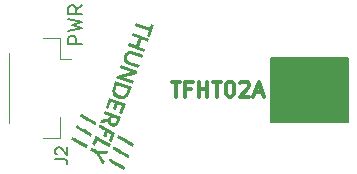
<source format=gbr>
%TF.GenerationSoftware,KiCad,Pcbnew,8.0.3+1*%
%TF.CreationDate,2024-07-23T17:29:58+00:00*%
%TF.ProjectId,TFHT02,54464854-3032-42e6-9b69-6361645f7063,rev?*%
%TF.SameCoordinates,Original*%
%TF.FileFunction,Legend,Top*%
%TF.FilePolarity,Positive*%
%FSLAX46Y46*%
G04 Gerber Fmt 4.6, Leading zero omitted, Abs format (unit mm)*
G04 Created by KiCad (PCBNEW 8.0.3+1) date 2024-07-23 17:29:58*
%MOMM*%
%LPD*%
G01*
G04 APERTURE LIST*
%ADD10C,0.150000*%
%ADD11C,0.200000*%
%ADD12C,0.300000*%
%ADD13C,0.000000*%
%ADD14C,0.120000*%
G04 APERTURE END LIST*
D10*
X22606000Y10033000D02*
X29083000Y10033000D01*
X29083000Y4572000D01*
X22606000Y4572000D01*
X22606000Y10033000D01*
G36*
X22606000Y10033000D02*
G01*
X29083000Y10033000D01*
X29083000Y4572000D01*
X22606000Y4572000D01*
X22606000Y10033000D01*
G37*
D11*
X6640742Y11212293D02*
X5440742Y11212293D01*
X5440742Y11212293D02*
X5440742Y11669436D01*
X5440742Y11669436D02*
X5497885Y11783721D01*
X5497885Y11783721D02*
X5555028Y11840864D01*
X5555028Y11840864D02*
X5669314Y11898007D01*
X5669314Y11898007D02*
X5840742Y11898007D01*
X5840742Y11898007D02*
X5955028Y11840864D01*
X5955028Y11840864D02*
X6012171Y11783721D01*
X6012171Y11783721D02*
X6069314Y11669436D01*
X6069314Y11669436D02*
X6069314Y11212293D01*
X5440742Y12298007D02*
X6640742Y12583721D01*
X6640742Y12583721D02*
X5783600Y12812293D01*
X5783600Y12812293D02*
X6640742Y13040864D01*
X6640742Y13040864D02*
X5440742Y13326578D01*
X6640742Y14469436D02*
X6069314Y14069436D01*
X6640742Y13783722D02*
X5440742Y13783722D01*
X5440742Y13783722D02*
X5440742Y14240865D01*
X5440742Y14240865D02*
X5497885Y14355150D01*
X5497885Y14355150D02*
X5555028Y14412293D01*
X5555028Y14412293D02*
X5669314Y14469436D01*
X5669314Y14469436D02*
X5840742Y14469436D01*
X5840742Y14469436D02*
X5955028Y14412293D01*
X5955028Y14412293D02*
X6012171Y14355150D01*
X6012171Y14355150D02*
X6069314Y14240865D01*
X6069314Y14240865D02*
X6069314Y13783722D01*
D12*
X14184800Y8029396D02*
X14927657Y8029396D01*
X14556229Y6729396D02*
X14556229Y8029396D01*
X15794324Y7410348D02*
X15360990Y7410348D01*
X15360990Y6729396D02*
X15360990Y8029396D01*
X15360990Y8029396D02*
X15980038Y8029396D01*
X16475276Y6729396D02*
X16475276Y8029396D01*
X16475276Y7410348D02*
X17218133Y7410348D01*
X17218133Y6729396D02*
X17218133Y8029396D01*
X17651467Y8029396D02*
X18394324Y8029396D01*
X18022896Y6729396D02*
X18022896Y8029396D01*
X19075276Y8029396D02*
X19199086Y8029396D01*
X19199086Y8029396D02*
X19322895Y7967491D01*
X19322895Y7967491D02*
X19384800Y7905586D01*
X19384800Y7905586D02*
X19446705Y7781777D01*
X19446705Y7781777D02*
X19508610Y7534158D01*
X19508610Y7534158D02*
X19508610Y7224634D01*
X19508610Y7224634D02*
X19446705Y6977015D01*
X19446705Y6977015D02*
X19384800Y6853205D01*
X19384800Y6853205D02*
X19322895Y6791300D01*
X19322895Y6791300D02*
X19199086Y6729396D01*
X19199086Y6729396D02*
X19075276Y6729396D01*
X19075276Y6729396D02*
X18951467Y6791300D01*
X18951467Y6791300D02*
X18889562Y6853205D01*
X18889562Y6853205D02*
X18827657Y6977015D01*
X18827657Y6977015D02*
X18765753Y7224634D01*
X18765753Y7224634D02*
X18765753Y7534158D01*
X18765753Y7534158D02*
X18827657Y7781777D01*
X18827657Y7781777D02*
X18889562Y7905586D01*
X18889562Y7905586D02*
X18951467Y7967491D01*
X18951467Y7967491D02*
X19075276Y8029396D01*
X20003848Y7905586D02*
X20065752Y7967491D01*
X20065752Y7967491D02*
X20189562Y8029396D01*
X20189562Y8029396D02*
X20499086Y8029396D01*
X20499086Y8029396D02*
X20622895Y7967491D01*
X20622895Y7967491D02*
X20684800Y7905586D01*
X20684800Y7905586D02*
X20746705Y7781777D01*
X20746705Y7781777D02*
X20746705Y7657967D01*
X20746705Y7657967D02*
X20684800Y7472253D01*
X20684800Y7472253D02*
X19941943Y6729396D01*
X19941943Y6729396D02*
X20746705Y6729396D01*
X21241943Y7100824D02*
X21860990Y7100824D01*
X21118133Y6729396D02*
X21551466Y8029396D01*
X21551466Y8029396D02*
X21984800Y6729396D01*
D10*
X4351019Y1444667D02*
X5065304Y1444667D01*
X5065304Y1444667D02*
X5208161Y1397048D01*
X5208161Y1397048D02*
X5303400Y1301810D01*
X5303400Y1301810D02*
X5351019Y1158953D01*
X5351019Y1158953D02*
X5351019Y1063715D01*
X4446257Y1873239D02*
X4398638Y1920858D01*
X4398638Y1920858D02*
X4351019Y2016096D01*
X4351019Y2016096D02*
X4351019Y2254191D01*
X4351019Y2254191D02*
X4398638Y2349429D01*
X4398638Y2349429D02*
X4446257Y2397048D01*
X4446257Y2397048D02*
X4541495Y2444667D01*
X4541495Y2444667D02*
X4636733Y2444667D01*
X4636733Y2444667D02*
X4779590Y2397048D01*
X4779590Y2397048D02*
X5351019Y1825620D01*
X5351019Y1825620D02*
X5351019Y2444667D01*
D13*
%TO.C,G\u002A\u002A\u002A*%
G36*
X12331039Y12532436D02*
G01*
X12472372Y12920747D01*
X12722618Y12829665D01*
X12348869Y11802798D01*
X12098624Y11893880D01*
X12239957Y12282191D01*
X11118170Y12690489D01*
X11209250Y12940734D01*
X12331039Y12532436D01*
G37*
G36*
X10291678Y6150713D02*
G01*
X9971322Y5270541D01*
X9721077Y5361623D01*
X9947211Y5982922D01*
X9662722Y6086467D01*
X9573272Y5847842D01*
X9483823Y5609219D01*
X9236149Y5693942D01*
X9412203Y6177648D01*
X9067038Y6303277D01*
X8834623Y5664721D01*
X8593007Y5752662D01*
X8919646Y6650094D01*
X10291678Y6150713D01*
G37*
G36*
X12298617Y11664732D02*
G01*
X12207535Y11414487D01*
X11663901Y11612355D01*
X11437855Y10991302D01*
X11706685Y10890874D01*
X11975517Y10790445D01*
X11931577Y10662295D01*
X11887640Y10534146D01*
X10515146Y11033694D01*
X10609368Y11292568D01*
X11196149Y11078997D01*
X11422283Y11700296D01*
X10835502Y11913865D01*
X10926585Y12164111D01*
X12298617Y11664732D01*
G37*
G36*
X11287297Y8886149D02*
G01*
X11242535Y8763187D01*
X11197775Y8640223D01*
X10655518Y8510216D01*
X10113261Y8380211D01*
X10549724Y8218819D01*
X10986187Y8057428D01*
X10888816Y7804764D01*
X10204154Y8051459D01*
X9519491Y8298154D01*
X9598041Y8513969D01*
X10173101Y8654033D01*
X10748162Y8794096D01*
X10286199Y8964765D01*
X9824235Y9135434D01*
X9915264Y9385528D01*
X11287297Y8886149D01*
G37*
G36*
X6188803Y4336487D02*
G01*
X6201526Y4329177D01*
X6228860Y4313442D01*
X6269508Y4290031D01*
X6322167Y4259691D01*
X6385541Y4223172D01*
X6458331Y4181221D01*
X6539237Y4134588D01*
X6626959Y4084020D01*
X6720199Y4030269D01*
X6817661Y3974080D01*
X6829196Y3967429D01*
X7439030Y3615825D01*
X7395317Y3488296D01*
X7377226Y3436612D01*
X7363585Y3400481D01*
X7353494Y3377879D01*
X7346059Y3366790D01*
X7340688Y3365055D01*
X7331197Y3370220D01*
X7307027Y3383869D01*
X7269403Y3405302D01*
X7219547Y3433817D01*
X7158685Y3468712D01*
X7088038Y3509283D01*
X7008833Y3554829D01*
X6922293Y3604645D01*
X6829639Y3658033D01*
X6732097Y3714286D01*
X6699856Y3732892D01*
X6069937Y4096436D01*
X6158243Y4353939D01*
X6188803Y4336487D01*
G37*
G36*
X9710667Y3496893D02*
G01*
X9734837Y3483246D01*
X9772464Y3461818D01*
X9822324Y3433311D01*
X9883191Y3398424D01*
X9953841Y3357863D01*
X10033052Y3312327D01*
X10119599Y3262522D01*
X10212259Y3209147D01*
X10309807Y3152906D01*
X10342040Y3134310D01*
X10971988Y2770850D01*
X10883616Y2513160D01*
X10853049Y2530596D01*
X10840326Y2537904D01*
X10812994Y2553639D01*
X10772348Y2577055D01*
X10719692Y2607400D01*
X10656322Y2643928D01*
X10583540Y2685889D01*
X10502640Y2732533D01*
X10414925Y2783113D01*
X10321692Y2836878D01*
X10224240Y2893085D01*
X10212689Y2899746D01*
X9602897Y3251462D01*
X9646575Y3378899D01*
X9664658Y3430563D01*
X9678294Y3466675D01*
X9688381Y3489258D01*
X9695815Y3500330D01*
X9701172Y3502053D01*
X9710667Y3496893D01*
G37*
G36*
X9353653Y2519680D02*
G01*
X9364258Y2513330D01*
X9389529Y2498540D01*
X9428214Y2476035D01*
X9479057Y2446540D01*
X9540811Y2410780D01*
X9612222Y2369478D01*
X9692038Y2323359D01*
X9779006Y2273147D01*
X9871876Y2219566D01*
X9969395Y2163343D01*
X9992882Y2149807D01*
X10090852Y2093315D01*
X10184119Y2039464D01*
X10271469Y1988959D01*
X10351698Y1942500D01*
X10423589Y1900793D01*
X10485932Y1864541D01*
X10537520Y1834448D01*
X10577138Y1811216D01*
X10603578Y1795550D01*
X10615625Y1788153D01*
X10616252Y1787669D01*
X10613786Y1778148D01*
X10605742Y1754667D01*
X10593251Y1720363D01*
X10577439Y1678373D01*
X10570323Y1659834D01*
X10522535Y1535987D01*
X9936993Y1873784D01*
X9840340Y1929537D01*
X9747181Y1983263D01*
X9658917Y2034156D01*
X9576946Y2081407D01*
X9502671Y2124212D01*
X9437490Y2161763D01*
X9382803Y2193253D01*
X9340013Y2217875D01*
X9310518Y2234822D01*
X9296804Y2242671D01*
X9242157Y2273762D01*
X9335932Y2531406D01*
X9353653Y2519680D01*
G37*
G36*
X5817339Y3351167D02*
G01*
X5841515Y3337639D01*
X5879155Y3316331D01*
X5929037Y3287941D01*
X5989938Y3253169D01*
X6060637Y3212712D01*
X6139911Y3167272D01*
X6226539Y3117545D01*
X6319296Y3064231D01*
X6416964Y3008028D01*
X6450901Y2988483D01*
X7083051Y2624358D01*
X6989836Y2368253D01*
X6972014Y2379696D01*
X6961344Y2386023D01*
X6936026Y2400769D01*
X6897335Y2423194D01*
X6846544Y2452565D01*
X6784929Y2488146D01*
X6713765Y2529202D01*
X6634324Y2574994D01*
X6547883Y2624789D01*
X6455717Y2677853D01*
X6359099Y2733448D01*
X6352193Y2737421D01*
X6255186Y2793233D01*
X6162448Y2846616D01*
X6075266Y2896826D01*
X5994924Y2943123D01*
X5922708Y2984764D01*
X5859905Y3021007D01*
X5807800Y3051110D01*
X5767679Y3074333D01*
X5740828Y3089932D01*
X5728535Y3097168D01*
X5728279Y3097324D01*
X5706363Y3110948D01*
X5751654Y3235385D01*
X5770905Y3287048D01*
X5785464Y3323031D01*
X5796183Y3345163D01*
X5803909Y3355265D01*
X5807848Y3356215D01*
X5817339Y3351167D01*
G37*
G36*
X6528267Y5321647D02*
G01*
X6531476Y5320553D01*
X6541913Y5315115D01*
X6566599Y5301418D01*
X6604071Y5280307D01*
X6652858Y5252626D01*
X6711499Y5219218D01*
X6778526Y5180926D01*
X6852475Y5138594D01*
X6931878Y5093067D01*
X7015272Y5045188D01*
X7101190Y4995800D01*
X7188166Y4945747D01*
X7274735Y4895873D01*
X7359432Y4847021D01*
X7440791Y4800036D01*
X7517346Y4755762D01*
X7587632Y4715040D01*
X7650184Y4678716D01*
X7703534Y4647632D01*
X7746219Y4622633D01*
X7776772Y4604563D01*
X7793729Y4594266D01*
X7796766Y4592168D01*
X7794248Y4582764D01*
X7786162Y4559386D01*
X7773641Y4525156D01*
X7757816Y4483200D01*
X7750624Y4464475D01*
X7702772Y4340451D01*
X7137343Y4666385D01*
X7041654Y4721548D01*
X6948941Y4775005D01*
X6860700Y4825895D01*
X6778425Y4873352D01*
X6703613Y4916516D01*
X6637757Y4954522D01*
X6582356Y4986508D01*
X6538903Y5011611D01*
X6508894Y5028967D01*
X6497306Y5035688D01*
X6422696Y5079057D01*
X6467866Y5203161D01*
X6485622Y5251633D01*
X6498506Y5285304D01*
X6507868Y5306659D01*
X6515052Y5318179D01*
X6521403Y5322349D01*
X6528267Y5321647D01*
G37*
G36*
X8997050Y1526497D02*
G01*
X9008391Y1519813D01*
X9034368Y1504720D01*
X9073698Y1481957D01*
X9125093Y1452266D01*
X9187266Y1416389D01*
X9258932Y1375067D01*
X9338805Y1329044D01*
X9425599Y1279061D01*
X9518027Y1225858D01*
X9614806Y1170176D01*
X9620975Y1166628D01*
X9717858Y1110885D01*
X9810379Y1057620D01*
X9897263Y1007572D01*
X9977236Y961473D01*
X10049022Y920060D01*
X10111345Y884069D01*
X10162935Y854236D01*
X10202515Y831294D01*
X10228809Y815982D01*
X10240545Y809035D01*
X10240788Y808880D01*
X10247508Y803795D01*
X10251059Y797085D01*
X10250862Y785891D01*
X10246332Y767356D01*
X10236895Y738614D01*
X10221971Y696807D01*
X10213117Y672444D01*
X10196590Y628343D01*
X10181807Y591336D01*
X10170042Y564417D01*
X10162557Y550575D01*
X10160997Y549382D01*
X10152187Y554154D01*
X10128673Y567407D01*
X10091662Y588448D01*
X10042363Y616584D01*
X9981983Y651126D01*
X9911729Y691381D01*
X9832810Y736657D01*
X9746433Y786263D01*
X9653806Y839507D01*
X9556136Y895699D01*
X9518116Y917586D01*
X8881873Y1283891D01*
X8975125Y1540097D01*
X8997050Y1526497D01*
G37*
G36*
X7771425Y3430696D02*
G01*
X7795559Y3417060D01*
X7833150Y3395639D01*
X7882972Y3367137D01*
X7943803Y3332254D01*
X8014421Y3291695D01*
X8093603Y3246159D01*
X8180124Y3196350D01*
X8272763Y3142969D01*
X8370295Y3086720D01*
X8402572Y3068094D01*
X9032491Y2704551D01*
X8988624Y2576598D01*
X8972879Y2531822D01*
X8958878Y2494158D01*
X8947793Y2466590D01*
X8940790Y2452099D01*
X8939262Y2450646D01*
X8929978Y2455675D01*
X8906429Y2468963D01*
X8870244Y2489575D01*
X8823054Y2516567D01*
X8766487Y2549000D01*
X8702175Y2585934D01*
X8631746Y2626429D01*
X8556829Y2669550D01*
X8479057Y2714351D01*
X8400057Y2759894D01*
X8321460Y2805241D01*
X8244896Y2849451D01*
X8171995Y2891584D01*
X8104385Y2930700D01*
X8043697Y2965861D01*
X7991562Y2996126D01*
X7949608Y3020554D01*
X7919465Y3038207D01*
X7902762Y3048145D01*
X7900005Y3049894D01*
X7895680Y3051895D01*
X7891076Y3050093D01*
X7885401Y3042690D01*
X7877865Y3027889D01*
X7867681Y3003888D01*
X7854055Y2968889D01*
X7836202Y2921093D01*
X7813327Y2858700D01*
X7799898Y2821838D01*
X7713257Y2583791D01*
X7695370Y2595061D01*
X7679543Y2604593D01*
X7652552Y2620419D01*
X7619193Y2639738D01*
X7604720Y2648056D01*
X7569467Y2668355D01*
X7537955Y2686652D01*
X7515293Y2699974D01*
X7509960Y2703179D01*
X7487962Y2716578D01*
X7619625Y3078316D01*
X7653289Y3170484D01*
X7681365Y3246575D01*
X7704351Y3307842D01*
X7722747Y3355539D01*
X7737052Y3390916D01*
X7747761Y3415225D01*
X7755375Y3429719D01*
X7760395Y3435649D01*
X7761970Y3435846D01*
X7771425Y3430696D01*
G37*
G36*
X9646522Y7949094D02*
G01*
X10796217Y7530639D01*
X10677997Y7219424D01*
X10646366Y7136381D01*
X10620257Y7068507D01*
X10598782Y7013758D01*
X10581058Y6970088D01*
X10566203Y6935455D01*
X10553327Y6907814D01*
X10541549Y6885121D01*
X10529984Y6865331D01*
X10517749Y6846401D01*
X10514518Y6841616D01*
X10442934Y6751128D01*
X10362173Y6676321D01*
X10272980Y6617547D01*
X10176097Y6575163D01*
X10072270Y6549523D01*
X9962240Y6540982D01*
X9891300Y6544422D01*
X9805526Y6558228D01*
X9714016Y6582822D01*
X9623172Y6615955D01*
X9539401Y6655371D01*
X9485706Y6687271D01*
X9396366Y6756772D01*
X9321442Y6836304D01*
X9261687Y6924661D01*
X9217850Y7020634D01*
X9190684Y7123017D01*
X9183940Y7172467D01*
X9180674Y7208064D01*
X9178645Y7239319D01*
X9178541Y7249013D01*
X9429779Y7249013D01*
X9444565Y7170926D01*
X9476474Y7097883D01*
X9525012Y7030868D01*
X9589691Y6970867D01*
X9625059Y6945676D01*
X9674655Y6917992D01*
X9736260Y6890856D01*
X9803595Y6866475D01*
X9870379Y6847052D01*
X9930332Y6834795D01*
X9946365Y6832814D01*
X10012653Y6829076D01*
X10068680Y6833061D01*
X10121248Y6845687D01*
X10164421Y6862207D01*
X10208640Y6883890D01*
X10246404Y6908903D01*
X10279358Y6939518D01*
X10309151Y6978003D01*
X10337432Y7026630D01*
X10365848Y7087667D01*
X10396048Y7163386D01*
X10409568Y7199858D01*
X10470129Y7365930D01*
X9555441Y7698850D01*
X9497491Y7539636D01*
X9478237Y7485081D01*
X9460880Y7432806D01*
X9446634Y7386700D01*
X9436703Y7350648D01*
X9432609Y7331160D01*
X9429779Y7249013D01*
X9178541Y7249013D01*
X9178335Y7268351D01*
X9180225Y7297282D01*
X9184795Y7328229D01*
X9192528Y7363314D01*
X9203905Y7404657D01*
X9219408Y7454378D01*
X9239517Y7514596D01*
X9264713Y7587432D01*
X9295481Y7675005D01*
X9302725Y7695551D01*
X9421068Y8031153D01*
X9646522Y7949094D01*
G37*
G36*
X9207003Y5311811D02*
G01*
X9237300Y5300674D01*
X9890058Y5060698D01*
X9779442Y4758930D01*
X9746159Y4668656D01*
X9717952Y4593760D01*
X9693837Y4532279D01*
X9672833Y4482253D01*
X9653955Y4441719D01*
X9636221Y4408717D01*
X9618647Y4381287D01*
X9600250Y4357467D01*
X9580048Y4335295D01*
X9557057Y4312811D01*
X9554689Y4310587D01*
X9486589Y4258006D01*
X9413183Y4222990D01*
X9334566Y4205574D01*
X9257637Y4205132D01*
X9209744Y4213459D01*
X9153660Y4229476D01*
X9095215Y4250927D01*
X9040242Y4275552D01*
X8994571Y4301091D01*
X8976294Y4314098D01*
X8915951Y4373715D01*
X8870294Y4444212D01*
X8839698Y4524952D01*
X8832452Y4556358D01*
X8827353Y4582080D01*
X8823820Y4599132D01*
X8823052Y4602391D01*
X8814024Y4602015D01*
X8788848Y4599206D01*
X8749546Y4594233D01*
X8698133Y4587368D01*
X8636631Y4578880D01*
X8567058Y4569040D01*
X8491434Y4558115D01*
X8489171Y4557786D01*
X8413035Y4546695D01*
X8342588Y4536478D01*
X8279908Y4527433D01*
X8227071Y4519858D01*
X8186152Y4514051D01*
X8159228Y4510307D01*
X8148375Y4508926D01*
X8148350Y4508925D01*
X8148606Y4516945D01*
X8154463Y4539335D01*
X8165057Y4573274D01*
X8179524Y4615945D01*
X8192030Y4650988D01*
X8216095Y4717105D01*
X9050450Y4717105D01*
X9058061Y4653520D01*
X9080041Y4600851D01*
X9117026Y4558221D01*
X9169660Y4524754D01*
X9200661Y4511691D01*
X9267206Y4494726D01*
X9327972Y4494873D01*
X9382436Y4512019D01*
X9430065Y4546056D01*
X9445836Y4562891D01*
X9460777Y4584030D01*
X9477790Y4615311D01*
X9497945Y4658941D01*
X9522312Y4717135D01*
X9531230Y4739333D01*
X9588200Y4882284D01*
X9143880Y5044003D01*
X9096965Y4902279D01*
X9076356Y4837836D01*
X9062148Y4787967D01*
X9053738Y4750268D01*
X9050520Y4722338D01*
X9050450Y4717105D01*
X8216095Y4717105D01*
X8243846Y4793348D01*
X8538739Y4831650D01*
X8833633Y4869953D01*
X8930640Y5121617D01*
X8429688Y5303948D01*
X8523949Y5562925D01*
X9207003Y5311811D01*
G37*
G36*
X10756446Y10623686D02*
G01*
X10797282Y10619201D01*
X10842082Y10611293D01*
X10892474Y10599545D01*
X10950092Y10583536D01*
X11016569Y10562843D01*
X11093534Y10537049D01*
X11182623Y10505732D01*
X11285465Y10468471D01*
X11403693Y10424847D01*
X11407119Y10423574D01*
X11790211Y10281324D01*
X11746273Y10153177D01*
X11702336Y10025028D01*
X11297160Y10172500D01*
X11199731Y10207723D01*
X11109736Y10239789D01*
X11028737Y10268162D01*
X10958305Y10292307D01*
X10900007Y10311685D01*
X10855409Y10325768D01*
X10826077Y10334011D01*
X10821822Y10334991D01*
X10736469Y10347813D01*
X10662611Y10346758D01*
X10599114Y10331273D01*
X10544847Y10300819D01*
X10498674Y10254843D01*
X10459458Y10192800D01*
X10440203Y10151046D01*
X10413266Y10071725D01*
X10402344Y10000659D01*
X10407795Y9936499D01*
X10429975Y9877901D01*
X10469240Y9823521D01*
X10525951Y9772012D01*
X10544426Y9758332D01*
X10557877Y9749136D01*
X10572547Y9740163D01*
X10590018Y9730766D01*
X10611862Y9720297D01*
X10639662Y9708107D01*
X10674994Y9693549D01*
X10719438Y9675975D01*
X10774569Y9654735D01*
X10841968Y9629186D01*
X10923214Y9598676D01*
X11019881Y9562557D01*
X11035433Y9556756D01*
X11472100Y9393896D01*
X11381177Y9144087D01*
X10905520Y9320647D01*
X10802851Y9358775D01*
X10715900Y9391151D01*
X10643164Y9418388D01*
X10583138Y9441109D01*
X10534316Y9459937D01*
X10495195Y9475487D01*
X10464271Y9488382D01*
X10440039Y9499241D01*
X10420991Y9508683D01*
X10405628Y9517330D01*
X10392441Y9525802D01*
X10379928Y9534716D01*
X10372420Y9540308D01*
X10291581Y9610611D01*
X10227140Y9687621D01*
X10179456Y9770627D01*
X10148884Y9858923D01*
X10135785Y9951801D01*
X10136328Y10007400D01*
X10140562Y10043185D01*
X10148700Y10089120D01*
X10159323Y10138757D01*
X10171005Y10185655D01*
X10182326Y10223370D01*
X10186450Y10234479D01*
X10197014Y10258499D01*
X10212418Y10291290D01*
X10227398Y10321858D01*
X10280391Y10409323D01*
X10344347Y10482945D01*
X10418208Y10541963D01*
X10500917Y10585611D01*
X10591415Y10613128D01*
X10641384Y10620825D01*
X10680128Y10624078D01*
X10717938Y10625174D01*
X10756446Y10623686D01*
G37*
G36*
X7404377Y2440875D02*
G01*
X7427363Y2427870D01*
X7462555Y2407801D01*
X7508097Y2381731D01*
X7562139Y2350718D01*
X7622829Y2315820D01*
X7677579Y2284288D01*
X7954370Y2124762D01*
X8392954Y2146066D01*
X8480888Y2150298D01*
X8563133Y2154178D01*
X8637890Y2157628D01*
X8703356Y2160568D01*
X8757730Y2162919D01*
X8799210Y2164601D01*
X8825995Y2165534D01*
X8836284Y2165639D01*
X8836314Y2165631D01*
X8834838Y2156950D01*
X8827655Y2134118D01*
X8815776Y2100076D01*
X8800210Y2057763D01*
X8789663Y2029993D01*
X8738237Y1896093D01*
X8429100Y1885160D01*
X8355770Y1882445D01*
X8288567Y1879720D01*
X8229620Y1877088D01*
X8181063Y1874660D01*
X8145025Y1872534D01*
X8123635Y1870820D01*
X8118492Y1869877D01*
X8123066Y1861519D01*
X8136730Y1839551D01*
X8158400Y1805650D01*
X8186989Y1761492D01*
X8221408Y1708758D01*
X8260574Y1649120D01*
X8303397Y1584260D01*
X8313083Y1569633D01*
X8356679Y1503583D01*
X8396913Y1442130D01*
X8432686Y1386994D01*
X8462895Y1339897D01*
X8486436Y1302558D01*
X8502207Y1276701D01*
X8509107Y1264047D01*
X8509327Y1263242D01*
X8506232Y1251343D01*
X8497592Y1225654D01*
X8484581Y1189480D01*
X8468369Y1146127D01*
X8460570Y1125751D01*
X8411633Y998757D01*
X8145159Y1421138D01*
X8094490Y1501306D01*
X8046339Y1577201D01*
X8001672Y1647324D01*
X7961454Y1710176D01*
X7926648Y1764254D01*
X7898218Y1808059D01*
X7877127Y1840093D01*
X7864342Y1858853D01*
X7861295Y1862863D01*
X7849269Y1872036D01*
X7823304Y1888996D01*
X7785456Y1912494D01*
X7737779Y1941284D01*
X7682327Y1974120D01*
X7621154Y2009753D01*
X7585156Y2030471D01*
X7521980Y2066738D01*
X7463555Y2100402D01*
X7411889Y2130302D01*
X7368987Y2155268D01*
X7336857Y2174134D01*
X7317503Y2185737D01*
X7312925Y2188677D01*
X7308197Y2194212D01*
X7306871Y2203512D01*
X7309599Y2219359D01*
X7317042Y2244529D01*
X7329858Y2281803D01*
X7344771Y2323161D01*
X7361182Y2367163D01*
X7375699Y2404068D01*
X7387086Y2430880D01*
X7394106Y2444610D01*
X7395443Y2445758D01*
X7404377Y2440875D01*
G37*
G36*
X8120013Y4410116D02*
G01*
X8130495Y4404644D01*
X8155253Y4390872D01*
X8192815Y4369652D01*
X8241713Y4341830D01*
X8300473Y4308257D01*
X8367624Y4269782D01*
X8441696Y4227253D01*
X8521221Y4181522D01*
X8604723Y4133436D01*
X8690732Y4083844D01*
X8777783Y4033598D01*
X8864399Y3983543D01*
X8949112Y3934533D01*
X9030448Y3887413D01*
X9106941Y3843037D01*
X9177116Y3802250D01*
X9239504Y3765902D01*
X9292633Y3734845D01*
X9335033Y3709925D01*
X9365235Y3691993D01*
X9381765Y3681898D01*
X9384485Y3680009D01*
X9382477Y3670399D01*
X9374825Y3645651D01*
X9362277Y3607849D01*
X9345584Y3559072D01*
X9325497Y3501398D01*
X9302766Y3436912D01*
X9278140Y3367692D01*
X9252371Y3295816D01*
X9226209Y3223368D01*
X9200399Y3152427D01*
X9175699Y3085073D01*
X9152855Y3023387D01*
X9132617Y2969450D01*
X9115738Y2925342D01*
X9102964Y2893141D01*
X9095048Y2874931D01*
X9092980Y2871599D01*
X9083168Y2874882D01*
X9060671Y2885926D01*
X9028594Y2903105D01*
X8990045Y2924799D01*
X8980070Y2930559D01*
X8940307Y2953533D01*
X8906278Y2973018D01*
X8881121Y2987225D01*
X8867968Y2994377D01*
X8866967Y2994837D01*
X8868427Y3003709D01*
X8875564Y3027758D01*
X8887691Y3064943D01*
X8904110Y3113215D01*
X8924136Y3170526D01*
X8947071Y3234833D01*
X8962362Y3277074D01*
X9064214Y3556910D01*
X9022180Y3582379D01*
X8994165Y3599082D01*
X8957050Y3620851D01*
X8917697Y3643667D01*
X8907389Y3649594D01*
X8872805Y3669547D01*
X8842614Y3687158D01*
X8821609Y3699626D01*
X8816748Y3702612D01*
X8798863Y3713882D01*
X8720284Y3497989D01*
X8694680Y3428242D01*
X8674348Y3374331D01*
X8658632Y3334711D01*
X8646882Y3307827D01*
X8638444Y3292137D01*
X8632665Y3286091D01*
X8630924Y3286035D01*
X8619584Y3291849D01*
X8596275Y3304836D01*
X8564813Y3322781D01*
X8529013Y3343474D01*
X8492696Y3364701D01*
X8459676Y3384250D01*
X8433772Y3399910D01*
X8425139Y3405299D01*
X8407282Y3416652D01*
X8564081Y3847451D01*
X8546270Y3858923D01*
X8533748Y3866420D01*
X8507561Y3881680D01*
X8470006Y3903384D01*
X8423378Y3930206D01*
X8369972Y3960824D01*
X8314042Y3992796D01*
X8254634Y4026765D01*
X8198298Y4059079D01*
X8147670Y4088218D01*
X8105386Y4112663D01*
X8074082Y4130894D01*
X8057592Y4140661D01*
X8015555Y4166124D01*
X8060873Y4290635D01*
X8078991Y4339751D01*
X8092357Y4373906D01*
X8102165Y4395511D01*
X8109609Y4406976D01*
X8115886Y4410721D01*
X8120013Y4410116D01*
G37*
D14*
%TO.C,J2*%
X437200Y10465000D02*
X437200Y4535000D01*
X3257200Y11735000D02*
X4707200Y11735000D01*
X3257200Y3265000D02*
X4707200Y3265000D01*
X4707200Y11735000D02*
X4707200Y9935000D01*
X4707200Y9935000D02*
X5697200Y9935000D01*
X4707200Y3265000D02*
X4707200Y5065000D01*
%TD*%
M02*

</source>
